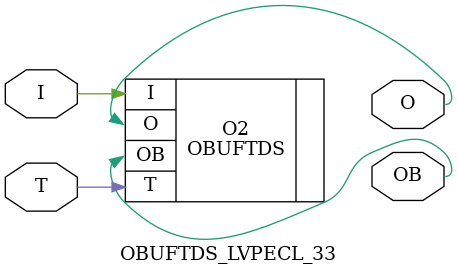
<source format=v>


`timescale  1 ps / 1 ps


module OBUFTDS_LVPECL_33 (O, OB, I, T);

    output O, OB;

    input  I, T;

	OBUFTDS #(.IOSTANDARD("LVPECL_33")) O2 (.O(O), .I(I), .OB(OB), .T(T));


endmodule



</source>
